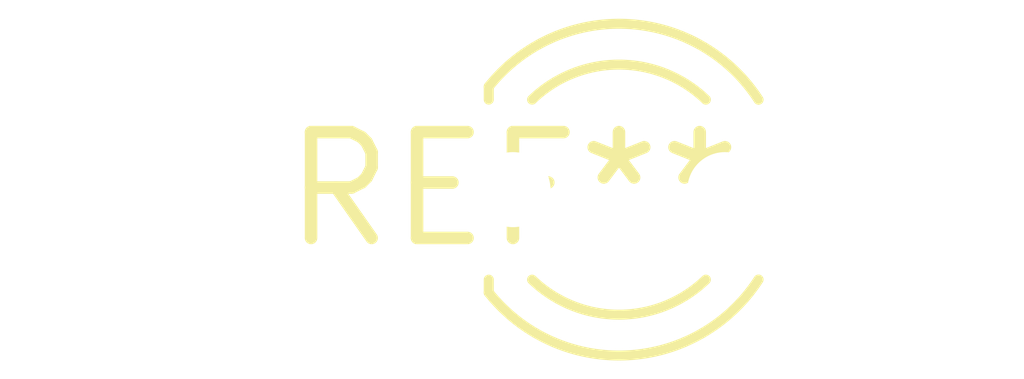
<source format=kicad_pcb>
(kicad_pcb (version 20240108) (generator pcbnew)
  (layers (0 "F.Cu" signal) (31 "B.Cu" signal) (34 "B.Paste" user) (35 "F.Paste" user) (36 "B.SilkS" user "B.Silkscreen") (37 "F.SilkS" user "F.Silkscreen") (38 "B.Mask" user) (39 "F.Mask" user) (44 "Edge.Cuts" user))
  (net 0 "")
  (footprint "LED_D3.0mm" (layer "F.Cu") (at 0 0)
    (property "Reference" "REF**")
    (property "Value" "LED_D3.0mm")
    (fp_line (start -0.29 -1.236) (end -0.29 -1.08) (layer "F.SilkS") (stroke (width 0.12)))
    (fp_line (start -0.29 1.08) (end -0.29 1.236) (layer "F.SilkS") (stroke (width 0.12)))
    (fp_arc (start -0.29 -1.235516) (mid 1.366487 -1.987659) (end 2.942335 -1.078608) (layer "F.SilkS") (stroke (width 0.12)))
    (fp_arc (start 0.229039 -1.08) (mid 1.270117 -1.5) (end 2.31113 -1.079837) (layer "F.SilkS") (stroke (width 0.12)))
    (fp_arc (start 2.31113 1.079837) (mid 1.270117 1.5) (end 0.229039 1.08) (layer "F.SilkS") (stroke (width 0.12)))
    (fp_arc (start 2.942335 1.078608) (mid 1.366487 1.987659) (end -0.29 1.235516) (layer "F.SilkS") (stroke (width 0.12)))
    (pad "1" thru_hole rect (at 0 0) (size 1.8 1.8) (drill 0.9) (layers *.Cu *.Mask) (remove_unused_layers))
    (pad "2" thru_hole circle (at 2.54 0) (size 1.8 1.8) (drill 0.9) (layers *.Cu *.Mask) (remove_unused_layers))
  )
)
</source>
